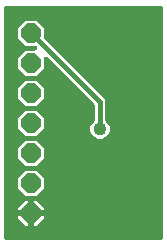
<source format=gbr>
G04 EAGLE Gerber RS-274X export*
G75*
%MOMM*%
%FSLAX34Y34*%
%LPD*%
%INBottom Copper*%
%IPPOS*%
%AMOC8*
5,1,8,0,0,1.08239X$1,22.5*%
G01*
%ADD10P,1.759533X8X22.500000*%
%ADD11C,1.016000*%
%ADD12C,0.406400*%
%ADD13C,1.108000*%

G36*
X135146Y2543D02*
X135146Y2543D01*
X135164Y2541D01*
X135346Y2562D01*
X135529Y2581D01*
X135546Y2586D01*
X135563Y2588D01*
X135738Y2645D01*
X135914Y2699D01*
X135929Y2707D01*
X135946Y2713D01*
X136106Y2803D01*
X136268Y2891D01*
X136281Y2902D01*
X136297Y2911D01*
X136436Y3031D01*
X136577Y3148D01*
X136588Y3162D01*
X136602Y3174D01*
X136714Y3319D01*
X136829Y3462D01*
X136837Y3478D01*
X136848Y3492D01*
X136930Y3657D01*
X137015Y3819D01*
X137020Y3836D01*
X137028Y3852D01*
X137075Y4031D01*
X137126Y4206D01*
X137128Y4224D01*
X137132Y4241D01*
X137159Y4572D01*
X137159Y198628D01*
X137157Y198646D01*
X137159Y198664D01*
X137138Y198846D01*
X137119Y199029D01*
X137114Y199046D01*
X137112Y199063D01*
X137055Y199238D01*
X137001Y199414D01*
X136993Y199429D01*
X136987Y199446D01*
X136897Y199606D01*
X136809Y199768D01*
X136798Y199781D01*
X136789Y199797D01*
X136669Y199936D01*
X136552Y200077D01*
X136538Y200088D01*
X136526Y200102D01*
X136381Y200214D01*
X136238Y200329D01*
X136222Y200337D01*
X136208Y200348D01*
X136043Y200430D01*
X135881Y200515D01*
X135864Y200520D01*
X135848Y200528D01*
X135669Y200575D01*
X135494Y200626D01*
X135476Y200628D01*
X135459Y200632D01*
X135128Y200659D01*
X4572Y200659D01*
X4554Y200657D01*
X4536Y200659D01*
X4354Y200638D01*
X4171Y200619D01*
X4154Y200614D01*
X4137Y200612D01*
X3962Y200555D01*
X3786Y200501D01*
X3771Y200493D01*
X3754Y200487D01*
X3594Y200397D01*
X3432Y200309D01*
X3419Y200298D01*
X3403Y200289D01*
X3264Y200169D01*
X3123Y200052D01*
X3112Y200038D01*
X3098Y200026D01*
X2986Y199881D01*
X2871Y199738D01*
X2863Y199722D01*
X2852Y199708D01*
X2770Y199543D01*
X2685Y199381D01*
X2680Y199364D01*
X2672Y199348D01*
X2625Y199169D01*
X2574Y198994D01*
X2572Y198976D01*
X2568Y198959D01*
X2541Y198628D01*
X2541Y4572D01*
X2543Y4554D01*
X2541Y4536D01*
X2562Y4354D01*
X2581Y4171D01*
X2586Y4154D01*
X2588Y4137D01*
X2645Y3962D01*
X2699Y3786D01*
X2707Y3771D01*
X2713Y3754D01*
X2803Y3594D01*
X2891Y3432D01*
X2902Y3419D01*
X2911Y3403D01*
X3031Y3264D01*
X3148Y3123D01*
X3162Y3112D01*
X3174Y3098D01*
X3319Y2986D01*
X3462Y2871D01*
X3478Y2863D01*
X3492Y2852D01*
X3657Y2770D01*
X3819Y2685D01*
X3836Y2680D01*
X3852Y2672D01*
X4031Y2625D01*
X4206Y2574D01*
X4224Y2572D01*
X4241Y2568D01*
X4572Y2541D01*
X135128Y2541D01*
X135146Y2543D01*
G37*
%LPC*%
G36*
X82213Y88439D02*
X82213Y88439D01*
X79243Y89669D01*
X76969Y91943D01*
X75739Y94913D01*
X75739Y98127D01*
X76969Y101097D01*
X78652Y102780D01*
X78669Y102801D01*
X78690Y102818D01*
X78797Y102956D01*
X78907Y103092D01*
X78920Y103115D01*
X78936Y103136D01*
X79014Y103293D01*
X79096Y103447D01*
X79104Y103473D01*
X79116Y103497D01*
X79161Y103666D01*
X79211Y103833D01*
X79213Y103860D01*
X79220Y103886D01*
X79247Y104217D01*
X79247Y116645D01*
X79245Y116671D01*
X79247Y116698D01*
X79225Y116872D01*
X79207Y117045D01*
X79200Y117071D01*
X79196Y117097D01*
X79141Y117263D01*
X79089Y117430D01*
X79076Y117454D01*
X79068Y117479D01*
X78981Y117631D01*
X78897Y117784D01*
X78880Y117805D01*
X78867Y117828D01*
X78652Y118081D01*
X39536Y157197D01*
X39529Y157203D01*
X39524Y157209D01*
X39374Y157330D01*
X39225Y157452D01*
X39217Y157456D01*
X39210Y157462D01*
X39039Y157551D01*
X38869Y157641D01*
X38861Y157643D01*
X38853Y157647D01*
X38667Y157701D01*
X38483Y157755D01*
X38474Y157756D01*
X38466Y157759D01*
X38274Y157774D01*
X38082Y157792D01*
X38073Y157791D01*
X38064Y157792D01*
X37875Y157769D01*
X37682Y157748D01*
X37673Y157746D01*
X37665Y157745D01*
X37483Y157685D01*
X37298Y157627D01*
X37290Y157623D01*
X37282Y157620D01*
X37113Y157525D01*
X36946Y157432D01*
X36939Y157426D01*
X36931Y157422D01*
X36785Y157296D01*
X36639Y157172D01*
X36633Y157165D01*
X36626Y157159D01*
X36509Y157007D01*
X36389Y156856D01*
X36385Y156848D01*
X36380Y156841D01*
X36294Y156669D01*
X36207Y156497D01*
X36204Y156488D01*
X36200Y156480D01*
X36150Y156294D01*
X36099Y156109D01*
X36098Y156100D01*
X36096Y156091D01*
X36069Y155761D01*
X36069Y147981D01*
X29819Y141731D01*
X20981Y141731D01*
X14731Y147981D01*
X14731Y156819D01*
X20981Y163069D01*
X28761Y163069D01*
X28894Y163082D01*
X29028Y163086D01*
X29094Y163102D01*
X29161Y163109D01*
X29289Y163148D01*
X29420Y163179D01*
X29481Y163207D01*
X29546Y163227D01*
X29664Y163291D01*
X29786Y163346D01*
X29841Y163386D01*
X29900Y163419D01*
X30003Y163504D01*
X30112Y163583D01*
X30157Y163633D01*
X30209Y163676D01*
X30293Y163781D01*
X30384Y163879D01*
X30419Y163937D01*
X30462Y163990D01*
X30523Y164109D01*
X30593Y164224D01*
X30616Y164287D01*
X30647Y164347D01*
X30684Y164476D01*
X30730Y164602D01*
X30740Y164669D01*
X30759Y164734D01*
X30770Y164868D01*
X30789Y165000D01*
X30786Y165068D01*
X30792Y165136D01*
X30776Y165269D01*
X30769Y165402D01*
X30753Y165468D01*
X30745Y165535D01*
X30703Y165663D01*
X30670Y165793D01*
X30641Y165854D01*
X30620Y165918D01*
X30554Y166035D01*
X30496Y166156D01*
X30455Y166210D01*
X30422Y166269D01*
X30334Y166370D01*
X30254Y166477D01*
X30203Y166522D01*
X30159Y166573D01*
X30053Y166656D01*
X29953Y166745D01*
X29886Y166785D01*
X29841Y166820D01*
X29771Y166855D01*
X29669Y166917D01*
X29572Y166954D01*
X29480Y167000D01*
X29385Y167025D01*
X29293Y167060D01*
X29191Y167077D01*
X29091Y167104D01*
X28973Y167114D01*
X28896Y167127D01*
X28838Y167125D01*
X28761Y167131D01*
X20981Y167131D01*
X14731Y173381D01*
X14731Y182219D01*
X20981Y188469D01*
X29819Y188469D01*
X36069Y182219D01*
X36069Y174439D01*
X36071Y174413D01*
X36069Y174386D01*
X36091Y174212D01*
X36109Y174039D01*
X36116Y174013D01*
X36120Y173987D01*
X36175Y173821D01*
X36227Y173654D01*
X36240Y173630D01*
X36248Y173605D01*
X36335Y173453D01*
X36419Y173300D01*
X36436Y173279D01*
X36449Y173256D01*
X36664Y173003D01*
X87697Y121970D01*
X88393Y120290D01*
X88393Y104217D01*
X88395Y104190D01*
X88393Y104163D01*
X88415Y103989D01*
X88433Y103816D01*
X88440Y103790D01*
X88444Y103764D01*
X88499Y103598D01*
X88551Y103431D01*
X88564Y103407D01*
X88572Y103382D01*
X88659Y103230D01*
X88743Y103077D01*
X88760Y103056D01*
X88773Y103033D01*
X88988Y102780D01*
X90671Y101097D01*
X91901Y98127D01*
X91901Y94913D01*
X90671Y91943D01*
X88397Y89669D01*
X85427Y88439D01*
X82213Y88439D01*
G37*
%LPD*%
%LPC*%
G36*
X20981Y116331D02*
X20981Y116331D01*
X14731Y122581D01*
X14731Y131419D01*
X20981Y137669D01*
X29819Y137669D01*
X36069Y131419D01*
X36069Y122581D01*
X29819Y116331D01*
X20981Y116331D01*
G37*
%LPD*%
%LPC*%
G36*
X20981Y90931D02*
X20981Y90931D01*
X14731Y97181D01*
X14731Y106019D01*
X20981Y112269D01*
X29819Y112269D01*
X36069Y106019D01*
X36069Y97181D01*
X29819Y90931D01*
X20981Y90931D01*
G37*
%LPD*%
%LPC*%
G36*
X20981Y65531D02*
X20981Y65531D01*
X14731Y71781D01*
X14731Y80619D01*
X20981Y86869D01*
X29819Y86869D01*
X36069Y80619D01*
X36069Y71781D01*
X29819Y65531D01*
X20981Y65531D01*
G37*
%LPD*%
%LPC*%
G36*
X20981Y40131D02*
X20981Y40131D01*
X14731Y46381D01*
X14731Y55219D01*
X20981Y61469D01*
X29819Y61469D01*
X36069Y55219D01*
X36069Y46381D01*
X29819Y40131D01*
X20981Y40131D01*
G37*
%LPD*%
%LPC*%
G36*
X27939Y27939D02*
X27939Y27939D01*
X27939Y36069D01*
X29819Y36069D01*
X36069Y29819D01*
X36069Y27939D01*
X27939Y27939D01*
G37*
%LPD*%
%LPC*%
G36*
X14731Y27939D02*
X14731Y27939D01*
X14731Y29819D01*
X20981Y36069D01*
X22861Y36069D01*
X22861Y27939D01*
X14731Y27939D01*
G37*
%LPD*%
%LPC*%
G36*
X27939Y14731D02*
X27939Y14731D01*
X27939Y22861D01*
X36069Y22861D01*
X36069Y20981D01*
X29819Y14731D01*
X27939Y14731D01*
G37*
%LPD*%
%LPC*%
G36*
X20981Y14731D02*
X20981Y14731D01*
X14731Y20981D01*
X14731Y22861D01*
X22861Y22861D01*
X22861Y14731D01*
X20981Y14731D01*
G37*
%LPD*%
D10*
X25400Y177800D03*
X25400Y152400D03*
X25400Y127000D03*
X25400Y101600D03*
X25400Y76200D03*
X25400Y50800D03*
X25400Y25400D03*
D11*
X43180Y139700D03*
D12*
X83820Y119380D02*
X83820Y96520D01*
X83820Y119380D02*
X25400Y177800D01*
D13*
X83820Y96520D03*
M02*

</source>
